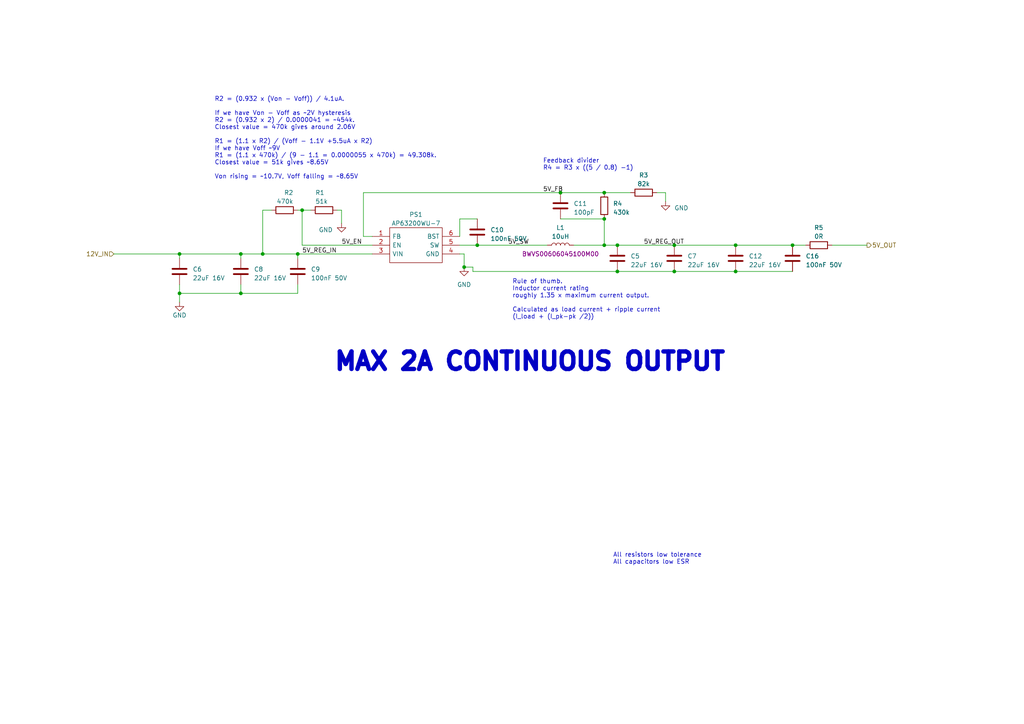
<source format=kicad_sch>
(kicad_sch (version 20230121) (generator eeschema)
  (paper "A4")
  (title_block (title "12V to 5V conversion") (date "2024-10-06") (rev "1.3.1") (comment 1 "https://github.com/martinroger/VXDash") (comment 2 "https://cadlab.io/projects/vxdash"))
  (lib_symbols
    (symbol "Device:C" (pin_numbers hide) (pin_names (offset 0.254))
      (property "Reference" "C" (at 0.635 2.54 0))
      (property "Value" "C" (at 0.635 -2.54 0))
      (symbol "C_0_1"
        (polyline (pts (xy -2.032 -0.762) (xy 2.032 -0.762)) (stroke (width 0.508)))
        (polyline (pts (xy -2.032 0.762) (xy 2.032 0.762)) (stroke (width 0.508)))
      )
      (symbol "C_1_1"
        (pin passive line (at 0 3.81 270) (length 2.794) (name "~") (number "1"))
        (pin passive line (at 0 -3.81 90) (length 2.794) (name "~") (number "2"))
      )
    )
    (symbol "Device:L" (pin_numbers hide) (pin_names (offset 1.016) hide)
      (property "Reference" "L" (at -1.27 0 90))
      (property "Value" "L" (at 1.905 0 90))
      (symbol "L_0_1"
        (arc (start 0 -2.54) (mid 0.6323 -1.905) (end 0 -1.27))
        (arc (start 0 -1.27) (mid 0.6323 -0.635) (end 0 0))
        (arc (start 0 0) (mid 0.6323 0.635) (end 0 1.27))
        (arc (start 0 1.27) (mid 0.6323 1.905) (end 0 2.54))
      )
      (symbol "L_1_1"
        (pin passive line (at 0 3.81 270) (length 1.27) (name "1") (number "1"))
        (pin passive line (at 0 -3.81 90) (length 1.27) (name "2") (number "2"))
      )
    )
    (symbol "Device:R" (pin_numbers hide) (pin_names (offset 0))
      (property "Reference" "R" (at 2.032 0 90))
      (property "Value" "R" (at 0 0 90))
      (symbol "R_0_1"
        (rectangle (start -1.016 -2.54) (end 1.016 2.54) (stroke (width 0.254)))
      )
      (symbol "R_1_1"
        (pin passive line (at 0 3.81 270) (length 1.27) (name "~") (number "1"))
        (pin passive line (at 0 -3.81 90) (length 1.27) (name "~") (number "2"))
      )
    )
    (symbol "SamacSys_Parts:AP63200WU-7" (pin_names (offset 0.762))
      (property "Reference" "PS" (at 21.59 7.62 0))
      (property "Value" "AP63200WU-7" (at 21.59 5.08 0))
      (symbol "AP63200WU-7_0_0"
        (pin input line (at 0 0 0) (length 5.08) (name "FB") (number "1"))
        (pin input line (at 0 -2.54 0) (length 5.08) (name "EN") (number "2"))
        (pin power_in line (at 0 -5.08 0) (length 5.08) (name "VIN") (number "3"))
        (pin power_in line (at 25.4 -5.08 180) (length 5.08) (name "GND") (number "4"))
        (pin output line (at 25.4 -2.54 180) (length 5.08) (name "SW") (number "5"))
        (pin passive line (at 25.4 0 180) (length 5.08) (name "BST") (number "6"))
      )
      (symbol "AP63200WU-7_0_1"
        (polyline (pts (xy 5.08 2.54) (xy 20.32 2.54) (xy 20.32 -7.62) (xy 5.08 -7.62) (xy 5.08 2.54)) (stroke (width 0.1524)))
      )
    )
    (symbol "power:GND" (power) (pin_names (offset 0))
      (property "Value" "GND" (at 0 -3.81 0))
      (symbol "GND_0_1"
        (polyline (pts (xy 0 0) (xy 0 -1.27) (xy 1.27 -1.27) (xy 0 -2.54) (xy -1.27 -1.27) (xy 0 -1.27)))
      )
      (symbol "GND_1_1"
        (pin power_in line (at 0 0 270) (length 0) hide (name "GND") (number "1"))
      )
    )
  )
  (junction (at 179.07 78.74))
  (junction (at 138.43 71.12))
  (junction (at 134.62 77.47))
  (junction (at 52.07 73.66))
  (junction (at 229.87 71.12))
  (junction (at 69.85 73.66))
  (junction (at 52.07 85.09))
  (junction (at 162.56 55.88))
  (junction (at 175.26 63.5))
  (junction (at 76.2 73.66))
  (junction (at 195.58 71.12))
  (junction (at 213.36 78.74))
  (junction (at 175.26 71.12))
  (junction (at 69.85 85.09))
  (junction (at 175.26 55.88))
  (junction (at 87.63 60.96))
  (junction (at 86.36 73.66))
  (junction (at 213.36 71.12))
  (junction (at 179.07 71.12))
  (junction (at 195.58 78.74))
  (wire (pts (xy 90.17 60.96) (xy 87.63 60.96)))
  (wire (pts (xy 99.06 60.96) (xy 97.79 60.96)))
  (wire (pts (xy 137.16 78.74) (xy 179.07 78.74)))
  (wire (pts (xy 76.2 60.96) (xy 78.74 60.96)))
  (wire (pts (xy 193.04 55.88) (xy 190.5 55.88)))
  (wire (pts (xy 179.07 78.74) (xy 195.58 78.74)))
  (wire (pts (xy 76.2 73.66) (xy 86.36 73.66)))
  (wire (pts (xy 105.41 55.88) (xy 162.56 55.88)))
  (wire (pts (xy 99.06 64.77) (xy 99.06 60.96)))
  (wire (pts (xy 87.63 71.12) (xy 87.63 60.96)))
  (wire (pts (xy 69.85 73.66) (xy 76.2 73.66)))
  (wire (pts (xy 86.36 73.66) (xy 107.95 73.66)))
  (wire (pts (xy 87.63 71.12) (xy 107.95 71.12)))
  (wire (pts (xy 213.36 78.74) (xy 229.87 78.74)))
  (wire (pts (xy 134.62 73.66) (xy 134.62 77.47)))
  (wire (pts (xy 87.63 60.96) (xy 86.36 60.96)))
  (wire (pts (xy 69.85 73.66) (xy 69.85 74.93)))
  (wire (pts (xy 133.35 73.66) (xy 134.62 73.66)))
  (wire (pts (xy 137.16 78.74) (xy 137.16 77.47)))
  (wire (pts (xy 86.36 85.09) (xy 69.85 85.09)))
  (wire (pts (xy 33.02 73.66) (xy 52.07 73.66)))
  (wire (pts (xy 166.37 71.12) (xy 175.26 71.12)))
  (wire (pts (xy 76.2 60.96) (xy 76.2 73.66)))
  (wire (pts (xy 107.95 68.58) (xy 105.41 68.58)))
  (wire (pts (xy 133.35 63.5) (xy 138.43 63.5)))
  (wire (pts (xy 179.07 71.12) (xy 195.58 71.12)))
  (wire (pts (xy 86.36 82.55) (xy 86.36 85.09)))
  (wire (pts (xy 133.35 68.58) (xy 133.35 63.5)))
  (wire (pts (xy 69.85 85.09) (xy 52.07 85.09)))
  (wire (pts (xy 137.16 77.47) (xy 134.62 77.47)))
  (wire (pts (xy 52.07 82.55) (xy 52.07 85.09)))
  (wire (pts (xy 52.07 73.66) (xy 69.85 73.66)))
  (wire (pts (xy 182.88 55.88) (xy 175.26 55.88)))
  (wire (pts (xy 175.26 71.12) (xy 179.07 71.12)))
  (wire (pts (xy 175.26 63.5) (xy 175.26 71.12)))
  (wire (pts (xy 175.26 55.88) (xy 162.56 55.88)))
  (wire (pts (xy 162.56 63.5) (xy 175.26 63.5)))
  (wire (pts (xy 241.3 71.12) (xy 251.46 71.12)))
  (wire (pts (xy 213.36 71.12) (xy 229.87 71.12)))
  (wire (pts (xy 138.43 71.12) (xy 158.75 71.12)))
  (wire (pts (xy 133.35 71.12) (xy 138.43 71.12)))
  (wire (pts (xy 193.04 58.42) (xy 193.04 55.88)))
  (wire (pts (xy 52.07 73.66) (xy 52.07 74.93)))
  (wire (pts (xy 105.41 68.58) (xy 105.41 55.88)))
  (wire (pts (xy 195.58 78.74) (xy 213.36 78.74)))
  (wire (pts (xy 69.85 82.55) (xy 69.85 85.09)))
  (wire (pts (xy 229.87 71.12) (xy 233.68 71.12)))
  (wire (pts (xy 86.36 73.66) (xy 86.36 74.93)))
  (wire (pts (xy 195.58 71.12) (xy 213.36 71.12)))
  (wire (pts (xy 52.07 87.63) (xy 52.07 85.09)))
  (text "R2 = (0.932 x (Von - Voff)) / 4.1uA.\n\nIf we have Von - Voff as ~2V hysteresis\nR2 = (0.932 x 2) / 0.0000041 = ~454k. \nClosest value = 470k gives around 2.06V\n\nR1 = (1.1 x R2) / (Voff - 1.1V +5.5uA x R2)\nIf we have Voff ~9V\nR1 = (1.1 x 470k) / (9 - 1.1 = 0.0000055 x 470k) = 49.308k.\nClosest value = 51k gives ~8.65V\n\nVon rising = ~10.7V, Voff falling = ~8.65V" (at 62.23 52.07 0) (effects (font (size 1.27 1.27)) (justify left bottom)))
  (text "All resistors low tolerance\nAll capacitors low ESR" (at 177.8 163.83 0) (effects (font (size 1.27 1.27)) (justify left bottom)))
  (text "Rule of thumb. \nInductor current rating \nroughly 1.35 x maximum current output.\n\nCalculated as load current + ripple current \n(I_load + (I_pk-pk /2))" (at 148.59 92.71 0) (effects (font (size 1.27 1.27)) (justify left bottom)))
  (text "MAX 2A CONTINUOUS OUTPUT" (at 96.52 107.95 0) (effects (font (size 5.08 5.08) (thickness 5.08) bold) (justify left bottom)))
  (text "Feedback divider\nR4 = R3 x ((5 / 0.8) -1)\n" (at 157.48 49.53 0) (effects (font (size 1.27 1.27)) (justify left bottom)))
  (label "5V_FB" (at 157.48 55.88 0))
  (label "5V_REG_IN" (at 87.63 73.66 0))
  (label "5V_EN" (at 99.06 71.12 0))
  (label "5V_REG_OUT" (at 186.69 71.12 0))
  (label "5V_SW" (at 147.32 71.12 0))
  (hierarchical_label "12V_IN" (shape input) (at 33.02 73.66 180))
  (hierarchical_label "5V_OUT" (shape output) (at 251.46 71.12 0))
  (symbol (lib_id "Device:R") (at 186.69 55.88 90) (unit 1)
    (property "Reference" "R3" (at 186.69 50.8 90))
    (property "Value" "82k" (at 186.69 53.34 90))
    (property "Footprint" "Resistor_SMD:R_0402_1005Metric" (effects hide))
    (property "Datasheet" "https://www.te.com/commerce/DocumentDelivery/DDEController?Action=srchrtrv&DocNm=1773204-3&DocType=DS&DocLang=English" (effects hide))
    (property "Description" "RES CHIP 0402 82k 1% 1/16W" (effects hide))
    (property "Manufacturer_Part_Number" "CRGCQ0402F82K" (effects hide))
    (property "Manufacturer_Name" "TE Connectivity" (effects hide))
  )
  (symbol (lib_id "Device:L") (at 162.56 71.12 90) (unit 1)
    (property "Reference" "L1" (at 162.56 66.04 90))
    (property "Value" "10uH" (at 162.56 68.58 90))
    (property "Footprint" "Inductor_SMD:L_Bourns-SRN6028" (effects hide))
    (property "Datasheet" "https://productfinder.pulseelectronics.com/api/open/part-attachments/datasheet/BWVS00606045100M00" (effects hide))
    (property "Description" "10 µH Shielded Inductor 2.7A, 57mOhm " (effects hide))
    (property "Manufacturer_Name" "Pulse Electronics" (effects hide))
    (property "Manufacturer_Part_Number" "BWVS00606045100M00" (at 162.56 73.66 90))
  )
  (symbol (lib_id "power:GND") (at 134.62 77.47 0) (unit 1)
    (property "Reference" "#PWR013" (effects hide))
    (property "Value" "GND" (at 134.62 82.55 0))
  )
  (symbol (lib_id "Device:R") (at 82.55 60.96 90) (mirror x) (unit 1)
    (property "Reference" "R2" (at 85.09 55.88 90) (effects (justify left)))
    (property "Value" "470k" (at 85.09 58.42 90) (effects (justify left)))
    (property "Footprint" "Resistor_SMD:R_0402_1005Metric" (effects hide))
    (property "Datasheet" "https://www.yageo.com/upload/media/product/productsearch/datasheet/rchip/PYu-RC_Group_51_RoHS_L_12.pdf" (effects hide))
    (property "Description" "RES CHIP 0402 470k 1% 1/16W" (effects hide))
    (property "Manufacturer_Part_Number" "RC0402FR-07470KL" (effects hide))
    (property "Manufacturer_Name" "Yageo" (effects hide))
  )
  (symbol (lib_id "power:GND") (at 52.07 87.63 0) (unit 1)
    (property "Reference" "#PWR012" (effects hide))
    (property "Value" "GND" (at 52.07 91.44 0))
  )
  (symbol (lib_id "Device:R") (at 175.26 59.69 0) (unit 1)
    (property "Reference" "R4" (at 177.8 59.055 0) (effects (justify left)))
    (property "Value" "430k" (at 177.8 61.595 0) (effects (justify left)))
    (property "Footprint" "Resistor_SMD:R_0402_1005Metric" (effects hide))
    (property "Datasheet" "https://www.yageo.com/upload/media/product/productsearch/datasheet/rchip/PYu-RC_Group_51_RoHS_L_12.pdf" (effects hide))
    (property "Description" "RES CHIP 0402 430k 1% 1/16W" (effects hide))
    (property "Manufacturer_Part_Number" "RC0402FR-07430KL" (effects hide))
    (property "Manufacturer_Name" "Yageo" (effects hide))
  )
  (symbol (lib_id "Device:C") (at 213.36 74.93 0) (unit 1)
    (property "Reference" "C12" (at 217.17 74.295 0) (effects (justify left)))
    (property "Value" "22uF 16V" (at 217.17 76.835 0) (effects (justify left)))
    (property "Footprint" "Capacitor_SMD:C_0805_2012Metric" (effects hide))
    (property "Datasheet" "https://media.digikey.com/pdf/Data%20Sheets/Samsung%20PDFs/CL21A226MOCLRNC_Spec.pdf" (effects hide))
    (property "Description" "CAP CHIP 0603 22uF 16V X5R 20%" (effects hide))
    (property "Manufacturer_Part_Number" "CL21A226MOCLRNC" (effects hide))
    (property "Manufacturer_Name" "Samsung" (effects hide))
  )
  (symbol (lib_id "Device:C") (at 52.07 78.74 0) (unit 1)
    (property "Reference" "C6" (at 55.88 78.105 0) (effects (justify left)))
    (property "Value" "22uF 16V" (at 55.88 80.645 0) (effects (justify left)))
    (property "Footprint" "Capacitor_SMD:C_0805_2012Metric" (effects hide))
    (property "Datasheet" "https://media.digikey.com/pdf/Data%20Sheets/Samsung%20PDFs/CL21A226MOCLRNC_Spec.pdf" (effects hide))
    (property "Description" "CAP CHIP 0603 22uF 16V X5R 20%" (effects hide))
    (property "Manufacturer_Part_Number" "CL21A226MOCLRNC" (effects hide))
    (property "Manufacturer_Name" "Samsung" (effects hide))
  )
  (symbol (lib_id "Device:C") (at 86.36 78.74 0) (unit 1)
    (property "Reference" "C9" (at 90.17 78.105 0) (effects (justify left)))
    (property "Value" "100nF 50V" (at 90.17 80.645 0) (effects (justify left)))
    (property "Footprint" "Capacitor_SMD:C_0402_1005Metric" (effects hide))
    (property "Datasheet" "https://search.murata.co.jp/Ceramy/image/img/A01X/G101/ENG/GRM155R61H104KE19-01.pdf" (effects hide))
    (property "Description" "CAP CHIP 0402 100nF 50V X5R 10%" (effects hide))
    (property "Manufacturer_Part_Number" "GRM155R61H104KE19D" (effects hide))
    (property "Manufacturer_Name" "Murata" (effects hide))
  )
  (symbol (lib_id "Device:R") (at 93.98 60.96 270) (mirror x) (unit 1)
    (property "Reference" "R1" (at 91.44 55.88 90) (effects (justify left)))
    (property "Value" "51k" (at 91.44 58.42 90) (effects (justify left)))
    (property "Footprint" "Resistor_SMD:R_0402_1005Metric" (effects hide))
    (property "Datasheet" "https://www.yageo.com/upload/media/product/productsearch/datasheet/rchip/PYu-RC_Group_51_RoHS_L_12.pdf" (effects hide))
    (property "Description" "RES CHIP 0402 51k 1% 1/16W" (effects hide))
    (property "Manufacturer_Part_Number" "RC0402FR-0751KL" (effects hide))
    (property "Manufacturer_Name" "Yageo" (effects hide))
  )
  (symbol (lib_id "Device:C") (at 229.87 74.93 0) (unit 1)
    (property "Reference" "C16" (at 233.68 74.295 0) (effects (justify left)))
    (property "Value" "100nF 50V" (at 233.68 76.835 0) (effects (justify left)))
    (property "Footprint" "Capacitor_SMD:C_0402_1005Metric" (effects hide))
    (property "Datasheet" "https://search.murata.co.jp/Ceramy/image/img/A01X/G101/ENG/GRM155R61H104KE19-01.pdf" (effects hide))
    (property "Description" "CAP CHIP 0402 100nF 50V X5R 10%" (effects hide))
    (property "Manufacturer_Part_Number" "GRM155R61H104KE19D" (effects hide))
    (property "Manufacturer_Name" "Murata" (effects hide))
  )
  (symbol (lib_id "Device:C") (at 179.07 74.93 0) (unit 1)
    (property "Reference" "C5" (at 182.88 74.295 0) (effects (justify left)))
    (property "Value" "22uF 16V" (at 182.88 76.835 0) (effects (justify left)))
    (property "Footprint" "Capacitor_SMD:C_0805_2012Metric" (effects hide))
    (property "Datasheet" "https://media.digikey.com/pdf/Data%20Sheets/Samsung%20PDFs/CL21A226MOCLRNC_Spec.pdf" (effects hide))
    (property "Description" "CAP CHIP 0603 22uF 16V X5R 20%" (effects hide))
    (property "Manufacturer_Part_Number" "CL21A226MOCLRNC" (effects hide))
    (property "Manufacturer_Name" "Samsung" (effects hide))
  )
  (symbol (lib_id "Device:R") (at 237.49 71.12 90) (unit 1)
    (property "Reference" "R5" (at 237.49 66.04 90))
    (property "Value" "0R" (at 237.49 68.58 90))
    (property "Footprint" "Resistor_SMD:R_0402_1005Metric" (effects hide))
    (property "Datasheet" "https://www.yageo.com/upload/media/product/productsearch/datasheet/rchip/PYu-RC_Group_51_RoHS_L_12.pdf" (effects hide))
    (property "Description" "RES CHIP 0402 0R 1/16W" (effects hide))
    (property "Manufacturer_Part_Number" "RC0402JR-070RL" (effects hide))
    (property "Manufacturer_Name" "Yageo" (effects hide))
  )
  (symbol (lib_id "power:GND") (at 99.06 64.77 0) (mirror y) (unit 1)
    (property "Reference" "#PWR011" (effects hide))
    (property "Value" "GND" (at 96.52 66.675 0) (effects (justify left)))
  )
  (symbol (lib_id "Device:C") (at 138.43 67.31 0) (unit 1)
    (property "Reference" "C10" (at 142.24 66.675 0) (effects (justify left)))
    (property "Value" "100nF 50V" (at 142.24 69.215 0) (effects (justify left)))
    (property "Footprint" "Capacitor_SMD:C_0402_1005Metric" (effects hide))
    (property "Datasheet" "https://search.murata.co.jp/Ceramy/image/img/A01X/G101/ENG/GRM155R61H104KE19-01.pdf" (effects hide))
    (property "Description" "CAP CHIP 0402 100nF 50V X5R 10%" (effects hide))
    (property "Manufacturer_Part_Number" "GRM155R61H104KE19D" (effects hide))
    (property "Manufacturer_Name" "Murata" (effects hide))
  )
  (symbol (lib_id "SamacSys_Parts:AP63200WU-7") (at 107.95 68.58 0) (unit 1)
    (property "Reference" "PS1" (at 120.65 62.23 0))
    (property "Value" "AP63200WU-7" (at 120.65 64.77 0))
    (property "Footprint" "Package_TO_SOT_SMD:TSOT-23-6" (effects hide))
    (property "Datasheet" "https://www.mouser.jp/datasheet/2/115/AP63200-AP63201-AP63203-AP63205-1525010.pdf" (effects hide))
    (property "Description" "Switching Voltage Regulators DCDC Conv HV Buck TSOT26 T&R 3K" (effects hide))
    (property "Height" "1" (effects hide))
    (property "Manufacturer_Name" "Diodes Inc." (effects hide))
    (property "Manufacturer_Part_Number" "AP63200WU-7" (effects hide))
    (property "Mouser Part Number" "621-AP63200WU-7" (effects hide))
    (property "Mouser Price/Stock" "https://www.mouser.co.uk/ProductDetail/Diodes-Incorporated/AP63200WU-7?qs=u16ybLDytRZrauj7eRB5tw%3D%3D" (effects hide))
    (property "Arrow Part Number" "AP63200WU-7" (effects hide))
    (property "Arrow Price/Stock" "https://www.arrow.com/en/products/ap63200wu-7/diodes-incorporated?region=nac" (effects hide))
  )
  (symbol (lib_id "Device:C") (at 195.58 74.93 0) (unit 1)
    (property "Reference" "C7" (at 199.39 74.295 0) (effects (justify left)))
    (property "Value" "22uF 16V" (at 199.39 76.835 0) (effects (justify left)))
    (property "Footprint" "Capacitor_SMD:C_0805_2012Metric" (effects hide))
    (property "Datasheet" "https://media.digikey.com/pdf/Data%20Sheets/Samsung%20PDFs/CL21A226MOCLRNC_Spec.pdf" (effects hide))
    (property "Description" "CAP CHIP 0603 22uF 16V X5R 20%" (effects hide))
    (property "Manufacturer_Part_Number" "CL21A226MOCLRNC" (effects hide))
    (property "Manufacturer_Name" "Samsung" (effects hide))
  )
  (symbol (lib_id "Device:C") (at 162.56 59.69 0) (unit 1)
    (property "Reference" "C11" (at 166.37 59.055 0) (effects (justify left)))
    (property "Value" "100pF" (at 166.37 61.595 0) (effects (justify left)))
    (property "Footprint" "Capacitor_SMD:C_0402_1005Metric" (effects hide))
    (property "Datasheet" "https://www.yageo.com/upload/media/product/productsearch/datasheet/mlcc/UPY-GP_NP0_16V-to-50V_18.pdf" (effects hide))
    (property "Description" "CAP CHIP 0402 100pF 50V C0G 10%" (effects hide))
    (property "Manufacturer_Part_Number" "CC0402JRNPO9BN101" (effects hide))
    (property "Manufacturer_Name" "Yageo" (effects hide))
  )
  (symbol (lib_id "Device:C") (at 69.85 78.74 0) (unit 1)
    (property "Reference" "C8" (at 73.66 78.105 0) (effects (justify left)))
    (property "Value" "22uF 16V" (at 73.66 80.645 0) (effects (justify left)))
    (property "Footprint" "Capacitor_SMD:C_0805_2012Metric" (effects hide))
    (property "Datasheet" "https://media.digikey.com/pdf/Data%20Sheets/Samsung%20PDFs/CL21A226MOCLRNC_Spec.pdf" (effects hide))
    (property "Description" "CAP CHIP 0603 22uF 16V X5R 20%" (effects hide))
    (property "Manufacturer_Part_Number" "CL21A226MOCLRNC" (effects hide))
    (property "Manufacturer_Name" "Samsung" (effects hide))
  )
  (symbol (lib_id "power:GND") (at 193.04 58.42 0) (unit 1)
    (property "Reference" "#PWR014" (effects hide))
    (property "Value" "GND" (at 195.58 60.325 0) (effects (justify left)))
  )
)
</source>
